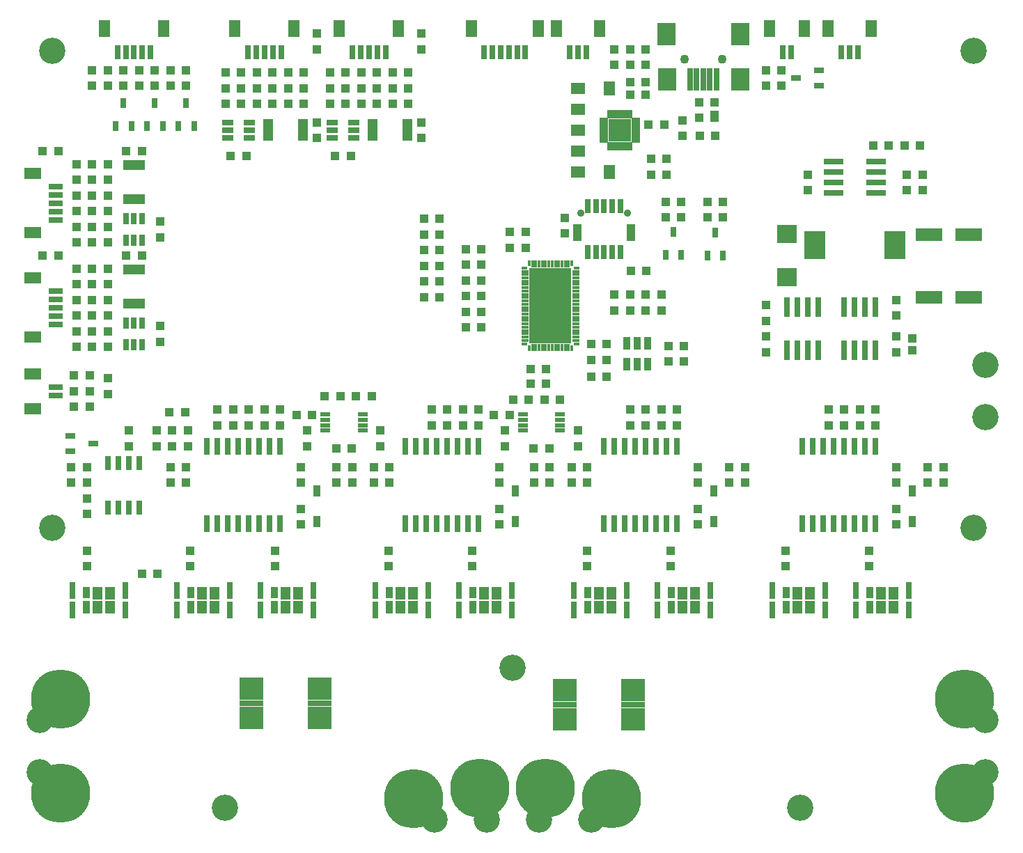
<source format=gbr>
G04 EAGLE Gerber RS-274X export*
G75*
%MOMM*%
%FSLAX34Y34*%
%LPD*%
%INSoldermask Top*%
%IPPOS*%
%AMOC8*
5,1,8,0,0,1.08239X$1,22.5*%
G01*
%ADD10C,3.203200*%
%ADD11R,1.103200X1.103200*%
%ADD12R,3.203200X1.603200*%
%ADD13R,0.903200X1.403200*%
%ADD14R,0.803200X1.303200*%
%ADD15R,1.303200X0.803200*%
%ADD16R,1.103200X1.003200*%
%ADD17R,1.103200X1.403200*%
%ADD18R,2.403200X2.203200*%
%ADD19R,0.803200X1.753200*%
%ADD20R,1.403200X2.003200*%
%ADD21R,1.753200X0.803200*%
%ADD22R,2.003200X1.403200*%
%ADD23R,2.503200X3.403200*%
%ADD24R,0.853200X1.353200*%
%ADD25R,0.853200X1.553200*%
%ADD26R,1.203200X1.553200*%
%ADD27R,0.803200X2.103200*%
%ADD28R,2.903200X2.795200*%
%ADD29R,2.903200X0.711200*%
%ADD30R,2.203200X2.703200*%
%ADD31R,0.703200X2.703200*%
%ADD32C,1.103200*%
%ADD33R,5.203200X9.203200*%
%ADD34R,0.428200X0.803200*%
%ADD35R,0.428200X0.903200*%
%ADD36R,0.803200X0.428200*%
%ADD37R,0.903200X0.428200*%
%ADD38R,0.843200X1.503200*%
%ADD39R,0.653200X1.203200*%
%ADD40R,1.203200X0.653200*%
%ADD41R,0.803200X2.403200*%
%ADD42R,2.403200X0.803200*%
%ADD43R,1.003200X1.003200*%
%ADD44R,0.803200X1.803200*%
%ADD45C,0.903200*%
%ADD46R,1.053200X2.003200*%
%ADD47R,1.403200X0.753200*%
%ADD48R,0.753200X1.403200*%
%ADD49C,7.203200*%
%ADD50C,0.655600*%
%ADD51R,1.303200X0.603200*%
%ADD52R,2.753200X2.753200*%
%ADD53R,0.503200X1.053200*%
%ADD54R,1.053200X0.503200*%
%ADD55R,1.473200X0.838200*%
%ADD56R,0.838200X1.473200*%


D10*
X40000Y380000D03*
X250000Y40000D03*
X950000Y40000D03*
X1160000Y380000D03*
X40000Y960000D03*
X1160000Y960000D03*
X600000Y210000D03*
D11*
X640690Y573405D03*
X621690Y573405D03*
X695350Y584200D03*
X714350Y584200D03*
X361950Y962050D03*
X361950Y981050D03*
X361950Y873100D03*
X361950Y854100D03*
X201905Y520700D03*
X182905Y520700D03*
X107950Y561950D03*
X107950Y542950D03*
X184150Y917600D03*
X184150Y936600D03*
X127000Y917600D03*
X127000Y936600D03*
X88900Y917600D03*
X88900Y936600D03*
X203200Y936600D03*
X203200Y917600D03*
X695350Y603250D03*
X714350Y603250D03*
X561950Y642620D03*
X542950Y642620D03*
X742950Y644550D03*
X742950Y663550D03*
X908050Y631850D03*
X908050Y650850D03*
X908050Y612750D03*
X908050Y593750D03*
D12*
X1106300Y736600D03*
X1154300Y736600D03*
D11*
X723900Y644550D03*
X723900Y663550D03*
D12*
X1154300Y660400D03*
X1106300Y660400D03*
D11*
X958850Y809600D03*
X958850Y790600D03*
X723900Y943000D03*
X723900Y962000D03*
X787400Y828650D03*
X787400Y809650D03*
X596900Y720750D03*
X596900Y739750D03*
X768350Y828650D03*
X768350Y809650D03*
X789305Y582320D03*
X789305Y601320D03*
X342900Y384200D03*
X342900Y403200D03*
X584200Y384200D03*
X584200Y403200D03*
X1066800Y657200D03*
X1066800Y638200D03*
X825500Y384200D03*
X825500Y403200D03*
X1066800Y384200D03*
X1066800Y403200D03*
X743610Y692785D03*
X762610Y692785D03*
X260350Y504850D03*
X260350Y523850D03*
X450215Y454000D03*
X450215Y435000D03*
X431165Y454000D03*
X431165Y435000D03*
X279400Y504850D03*
X279400Y523850D03*
X501650Y504850D03*
X501650Y523850D03*
X690880Y454000D03*
X690880Y435000D03*
X671830Y454000D03*
X671830Y435000D03*
X663575Y737895D03*
X663575Y756895D03*
X520700Y504850D03*
X520700Y523850D03*
X762000Y504850D03*
X762000Y523850D03*
X863600Y454000D03*
X863600Y435000D03*
X882650Y454000D03*
X882650Y435000D03*
X742950Y504850D03*
X742950Y523850D03*
X984250Y504850D03*
X984250Y523850D03*
X1104900Y454000D03*
X1104900Y435000D03*
X1123950Y454000D03*
X1123950Y435000D03*
X1003300Y504850D03*
X1003300Y523850D03*
X356210Y516890D03*
X337210Y516890D03*
X596240Y517525D03*
X577240Y517525D03*
X409600Y539750D03*
X428600Y539750D03*
X640690Y554990D03*
X621690Y554990D03*
X638835Y535940D03*
X657835Y535940D03*
X82550Y435000D03*
X82550Y454000D03*
X107950Y822300D03*
X107950Y803300D03*
X107950Y784200D03*
X107950Y765200D03*
X615950Y720750D03*
X615950Y739750D03*
X107950Y727100D03*
X107950Y746100D03*
X171450Y752450D03*
X171450Y733450D03*
X473050Y895350D03*
X454050Y895350D03*
X434950Y895350D03*
X415950Y895350D03*
X377850Y895350D03*
X396850Y895350D03*
X403200Y831850D03*
X384200Y831850D03*
X107950Y695300D03*
X107950Y676300D03*
X107950Y657200D03*
X107950Y638200D03*
X107950Y600100D03*
X107950Y619100D03*
X47600Y711200D03*
X28600Y711200D03*
X561950Y623570D03*
X542950Y623570D03*
X47600Y838200D03*
X28600Y838200D03*
X488950Y962050D03*
X488950Y981050D03*
X488950Y873100D03*
X488950Y854100D03*
X171450Y625450D03*
X171450Y606450D03*
X130200Y711200D03*
X149200Y711200D03*
X130200Y838200D03*
X149200Y838200D03*
X346050Y895350D03*
X327050Y895350D03*
X307950Y895350D03*
X288950Y895350D03*
X250850Y895350D03*
X269850Y895350D03*
X276200Y831850D03*
X257200Y831850D03*
D13*
X361950Y387900D03*
X361950Y424900D03*
D14*
X193700Y868650D03*
X212700Y868650D03*
X203200Y896650D03*
X155600Y868650D03*
X174600Y868650D03*
X165100Y896650D03*
X117500Y868650D03*
X136500Y868650D03*
X127000Y896650D03*
X786155Y711805D03*
X805155Y711805D03*
X795655Y739805D03*
D15*
X972850Y917600D03*
X972850Y936600D03*
X944850Y927100D03*
D13*
X603250Y387900D03*
X603250Y424900D03*
X844550Y387900D03*
X844550Y424900D03*
X1085850Y387900D03*
X1085850Y424900D03*
D16*
X827185Y878620D03*
X827185Y897620D03*
X845185Y897620D03*
D17*
X845185Y880620D03*
D18*
X933450Y737700D03*
X933450Y684700D03*
D15*
X62200Y492100D03*
X62200Y473100D03*
X90200Y482600D03*
D14*
X836955Y711170D03*
X855955Y711170D03*
X846455Y739170D03*
D19*
X159700Y958650D03*
X149700Y958650D03*
X139700Y958650D03*
X129700Y958650D03*
X119700Y958650D03*
D20*
X175700Y986900D03*
X103700Y986900D03*
D19*
X1019650Y958650D03*
X1009650Y958650D03*
X999650Y958650D03*
D20*
X1035650Y986900D03*
X983650Y986900D03*
D19*
X938450Y958650D03*
X928450Y958650D03*
D20*
X954450Y986900D03*
X912450Y986900D03*
D21*
X44650Y794700D03*
X44650Y784700D03*
X44650Y774700D03*
X44650Y764700D03*
X44650Y754700D03*
D22*
X16400Y810700D03*
X16400Y738700D03*
D19*
X445450Y958650D03*
X435450Y958650D03*
X425450Y958650D03*
X415450Y958650D03*
X405450Y958650D03*
D20*
X461450Y986900D03*
X389450Y986900D03*
D21*
X44650Y667700D03*
X44650Y657700D03*
X44650Y647700D03*
X44650Y637700D03*
X44650Y627700D03*
D22*
X16400Y683700D03*
X16400Y611700D03*
D19*
X318450Y958650D03*
X308450Y958650D03*
X298450Y958650D03*
X288450Y958650D03*
X278450Y958650D03*
D20*
X334450Y986900D03*
X262450Y986900D03*
D21*
X44650Y551100D03*
X44650Y541100D03*
D22*
X16400Y567100D03*
X16400Y525100D03*
D23*
X967500Y723900D03*
X1064500Y723900D03*
D24*
X310100Y301600D03*
D25*
X310100Y283600D03*
D26*
X323850Y300600D03*
X323850Y283600D03*
X339350Y300600D03*
X339350Y283600D03*
D27*
X357600Y303850D03*
X357600Y280350D03*
X293600Y303850D03*
X293600Y280350D03*
D24*
X208500Y301600D03*
D25*
X208500Y283600D03*
D26*
X222250Y300600D03*
X222250Y283600D03*
X237750Y300600D03*
X237750Y283600D03*
D27*
X256000Y303850D03*
X256000Y280350D03*
X192000Y303850D03*
X192000Y280350D03*
D24*
X551400Y301600D03*
D25*
X551400Y283600D03*
D26*
X565150Y300600D03*
X565150Y283600D03*
X580650Y300600D03*
X580650Y283600D03*
D27*
X598900Y303850D03*
X598900Y280350D03*
X534900Y303850D03*
X534900Y280350D03*
D24*
X449800Y301600D03*
D25*
X449800Y283600D03*
D26*
X463550Y300600D03*
X463550Y283600D03*
X479050Y300600D03*
X479050Y283600D03*
D27*
X497300Y303850D03*
X497300Y280350D03*
X433300Y303850D03*
X433300Y280350D03*
D24*
X792700Y301600D03*
D25*
X792700Y283600D03*
D26*
X806450Y300600D03*
X806450Y283600D03*
X821950Y300600D03*
X821950Y283600D03*
D27*
X840200Y303850D03*
X840200Y280350D03*
X776200Y303850D03*
X776200Y280350D03*
D24*
X691100Y301600D03*
D25*
X691100Y283600D03*
D26*
X704850Y300600D03*
X704850Y283600D03*
X720350Y300600D03*
X720350Y283600D03*
D27*
X738600Y303850D03*
X738600Y280350D03*
X674600Y303850D03*
X674600Y280350D03*
D24*
X1034000Y301600D03*
D25*
X1034000Y283600D03*
D26*
X1047750Y300600D03*
X1047750Y283600D03*
X1063250Y300600D03*
X1063250Y283600D03*
D27*
X1081500Y303850D03*
X1081500Y280350D03*
X1017500Y303850D03*
X1017500Y280350D03*
D24*
X932400Y301600D03*
D25*
X932400Y283600D03*
D26*
X946150Y300600D03*
X946150Y283600D03*
X961650Y300600D03*
X961650Y283600D03*
D27*
X979900Y303850D03*
X979900Y280350D03*
X915900Y303850D03*
X915900Y280350D03*
D24*
X81500Y301600D03*
D25*
X81500Y283600D03*
D26*
X95250Y300600D03*
X95250Y283600D03*
X110750Y300600D03*
X110750Y283600D03*
D27*
X129000Y303850D03*
X129000Y280350D03*
X65000Y303850D03*
X65000Y280350D03*
D11*
X311150Y352400D03*
X311150Y333400D03*
D28*
X746350Y147320D03*
X663350Y147320D03*
X746350Y182880D03*
X663350Y182880D03*
D29*
X746350Y165100D03*
X663350Y165100D03*
D11*
X784200Y869950D03*
X765200Y869950D03*
X806450Y875640D03*
X806450Y856640D03*
X827430Y856615D03*
X846430Y856615D03*
X762000Y663550D03*
X762000Y644550D03*
X781050Y663550D03*
X781050Y644550D03*
X317500Y523850D03*
X317500Y504850D03*
X298450Y523850D03*
X298450Y504850D03*
X558800Y523850D03*
X558800Y504850D03*
X208280Y352400D03*
X208280Y333400D03*
X539750Y523850D03*
X539750Y504850D03*
X800100Y523850D03*
X800100Y504850D03*
X781050Y523850D03*
X781050Y504850D03*
X1041400Y523850D03*
X1041400Y504850D03*
X1022350Y523850D03*
X1022350Y504850D03*
X808265Y601260D03*
X808265Y582260D03*
X241300Y504850D03*
X241300Y523850D03*
X714350Y563880D03*
X695350Y563880D03*
X342900Y454000D03*
X342900Y435000D03*
X584200Y454000D03*
X584200Y435000D03*
X551180Y352400D03*
X551180Y333400D03*
X825500Y454000D03*
X825500Y435000D03*
X1066800Y454000D03*
X1066800Y435000D03*
X561950Y718820D03*
X542950Y718820D03*
X542950Y699770D03*
X561950Y699770D03*
X561950Y680720D03*
X542950Y680720D03*
X542950Y661670D03*
X561950Y661670D03*
X390500Y539750D03*
X371500Y539750D03*
X619735Y535940D03*
X600735Y535940D03*
X82550Y415900D03*
X82550Y396900D03*
X63500Y454000D03*
X63500Y435000D03*
X449580Y352400D03*
X449580Y333400D03*
X836955Y757555D03*
X855955Y757555D03*
X805155Y757555D03*
X786155Y757555D03*
X167005Y498450D03*
X167005Y479450D03*
X85700Y527050D03*
X66700Y527050D03*
X149250Y323850D03*
X168250Y323850D03*
X69850Y803300D03*
X69850Y822300D03*
X69850Y765200D03*
X69850Y784200D03*
X792480Y352400D03*
X792480Y333400D03*
X69850Y746100D03*
X69850Y727100D03*
X454050Y933450D03*
X473050Y933450D03*
X415950Y933450D03*
X434950Y933450D03*
X396850Y933450D03*
X377850Y933450D03*
X69850Y676300D03*
X69850Y695300D03*
X1076350Y844550D03*
X1095350Y844550D03*
X1038250Y844550D03*
X1057250Y844550D03*
X69850Y638200D03*
X69850Y657200D03*
X1079500Y809600D03*
X1079500Y790600D03*
X1098550Y790600D03*
X1098550Y809600D03*
X690880Y352400D03*
X690880Y333400D03*
X69850Y619100D03*
X69850Y600100D03*
X88900Y676300D03*
X88900Y695300D03*
X88900Y638200D03*
X88900Y657200D03*
X88900Y619100D03*
X88900Y600100D03*
X454050Y914400D03*
X473050Y914400D03*
X415950Y914400D03*
X434950Y914400D03*
X396850Y914400D03*
X377850Y914400D03*
X88900Y803300D03*
X88900Y822300D03*
X88900Y765200D03*
X88900Y784200D03*
X88900Y746100D03*
X88900Y727100D03*
X1033780Y352400D03*
X1033780Y333400D03*
X327050Y933450D03*
X346050Y933450D03*
X288950Y933450D03*
X307950Y933450D03*
X269850Y933450D03*
X250850Y933450D03*
X327050Y914400D03*
X346050Y914400D03*
X288950Y914400D03*
X307950Y914400D03*
X269850Y914400D03*
X250850Y914400D03*
X205105Y498450D03*
X205105Y479450D03*
X66700Y565150D03*
X85700Y565150D03*
X511150Y660400D03*
X492150Y660400D03*
X492150Y679450D03*
X511150Y679450D03*
X932180Y352400D03*
X932180Y333400D03*
X511150Y698500D03*
X492150Y698500D03*
X492150Y717550D03*
X511150Y717550D03*
X511150Y736600D03*
X492150Y736600D03*
X492150Y755650D03*
X511150Y755650D03*
X165100Y936600D03*
X165100Y917600D03*
X146050Y936600D03*
X146050Y917600D03*
X107950Y936600D03*
X107950Y917600D03*
X82550Y352400D03*
X82550Y333400D03*
X133350Y479450D03*
X133350Y498450D03*
X805155Y776605D03*
X786155Y776605D03*
D28*
X282350Y184150D03*
X365350Y184150D03*
X282350Y148590D03*
X365350Y148590D03*
D29*
X282350Y166370D03*
X365350Y166370D03*
D11*
X836955Y775970D03*
X855955Y775970D03*
X927100Y936600D03*
X927100Y917600D03*
X908050Y936600D03*
X908050Y917600D03*
D30*
X786850Y980000D03*
X876850Y980000D03*
X787850Y925000D03*
X876850Y925000D03*
D31*
X831850Y925000D03*
X839850Y925000D03*
X847850Y925000D03*
X823850Y925000D03*
X815850Y925000D03*
D32*
X854350Y950000D03*
X809350Y950000D03*
D33*
X646050Y650000D03*
D34*
X672050Y701500D03*
D35*
X668050Y701000D03*
X664050Y701000D03*
X660050Y701000D03*
X656050Y701000D03*
X652050Y701000D03*
X648050Y701000D03*
X644050Y701000D03*
X640050Y701000D03*
X636050Y701000D03*
X632050Y701000D03*
X628050Y701000D03*
X624050Y701000D03*
D34*
X620050Y701500D03*
D36*
X614550Y696000D03*
D37*
X615050Y692000D03*
X615050Y688000D03*
X615050Y684000D03*
X615050Y680000D03*
X615050Y676000D03*
X615050Y672000D03*
X615050Y668000D03*
X615050Y664000D03*
X615050Y660000D03*
X615050Y656000D03*
X615050Y652000D03*
X615050Y648000D03*
X615050Y644000D03*
X615050Y640000D03*
X615050Y636000D03*
X615050Y632000D03*
X615050Y628000D03*
X615050Y624000D03*
X615050Y620000D03*
X615050Y616000D03*
X615050Y612000D03*
X615050Y608000D03*
D36*
X614550Y604000D03*
D34*
X620050Y598500D03*
D35*
X624050Y599000D03*
X628050Y599000D03*
X632050Y599000D03*
X636050Y599000D03*
X640050Y599000D03*
X644050Y599000D03*
X648050Y599000D03*
X652050Y599000D03*
X656050Y599000D03*
X660050Y599000D03*
X664050Y599000D03*
X668050Y599000D03*
D34*
X672050Y598500D03*
D36*
X677550Y604000D03*
D37*
X677050Y608000D03*
X677050Y612000D03*
X677050Y616000D03*
X677050Y620000D03*
X677050Y624000D03*
X677050Y628000D03*
X677050Y632000D03*
X677050Y636000D03*
X677050Y640000D03*
X677050Y644000D03*
X677050Y648000D03*
X677050Y652000D03*
X677050Y656000D03*
X677050Y660000D03*
X677050Y664000D03*
X677050Y668000D03*
X677050Y672000D03*
X677050Y676000D03*
X677050Y680000D03*
X677050Y684000D03*
X677050Y688000D03*
X677050Y692000D03*
D36*
X677550Y696000D03*
D38*
X764315Y604219D03*
X751615Y604219D03*
X738915Y604219D03*
X738915Y578679D03*
X751615Y578679D03*
X764315Y578679D03*
D39*
X129650Y779290D03*
X136150Y779290D03*
X142650Y779290D03*
X149150Y779290D03*
X149150Y820910D03*
X142650Y820910D03*
X136150Y820910D03*
X129650Y820910D03*
D40*
X430040Y873650D03*
X430040Y867150D03*
X430040Y860650D03*
X430040Y854150D03*
X471660Y854150D03*
X471660Y860650D03*
X471660Y867150D03*
X471660Y873650D03*
D39*
X129650Y652290D03*
X136150Y652290D03*
X142650Y652290D03*
X149150Y652290D03*
X149150Y693910D03*
X142650Y693910D03*
X136150Y693910D03*
X129650Y693910D03*
D40*
X303040Y873650D03*
X303040Y867150D03*
X303040Y860650D03*
X303040Y854150D03*
X344660Y854150D03*
X344660Y860650D03*
X344660Y867150D03*
X344660Y873650D03*
D19*
X146050Y458800D03*
X133350Y458800D03*
X120650Y458800D03*
X107950Y458800D03*
X107950Y404800D03*
X120650Y404800D03*
X133350Y404800D03*
X146050Y404800D03*
D41*
X958850Y648300D03*
X958850Y596300D03*
X971550Y648300D03*
X946150Y648300D03*
X933450Y648300D03*
X971550Y596300D03*
X946150Y596300D03*
X933450Y596300D03*
X1028700Y648300D03*
X1028700Y596300D03*
X1041400Y648300D03*
X1016000Y648300D03*
X1003300Y648300D03*
X1041400Y596300D03*
X1016000Y596300D03*
X1003300Y596300D03*
D27*
X317500Y478800D03*
X304800Y478800D03*
X292100Y478800D03*
X279400Y478800D03*
X266700Y478800D03*
X254000Y478800D03*
X241300Y478800D03*
X241300Y384800D03*
X254000Y384800D03*
X266700Y384800D03*
X279400Y384800D03*
X292100Y384800D03*
X304800Y384800D03*
X317500Y384800D03*
X228600Y478800D03*
X228600Y384800D03*
X558800Y478800D03*
X546100Y478800D03*
X533400Y478800D03*
X520700Y478800D03*
X508000Y478800D03*
X495300Y478800D03*
X482600Y478800D03*
X482600Y384800D03*
X495300Y384800D03*
X508000Y384800D03*
X520700Y384800D03*
X533400Y384800D03*
X546100Y384800D03*
X558800Y384800D03*
X469900Y478800D03*
X469900Y384800D03*
X800100Y478800D03*
X787400Y478800D03*
X774700Y478800D03*
X762000Y478800D03*
X749300Y478800D03*
X736600Y478800D03*
X723900Y478800D03*
X723900Y384800D03*
X736600Y384800D03*
X749300Y384800D03*
X762000Y384800D03*
X774700Y384800D03*
X787400Y384800D03*
X800100Y384800D03*
X711200Y478800D03*
X711200Y384800D03*
X1041400Y478800D03*
X1028700Y478800D03*
X1016000Y478800D03*
X1003300Y478800D03*
X990600Y478800D03*
X977900Y478800D03*
X965200Y478800D03*
X965200Y384800D03*
X977900Y384800D03*
X990600Y384800D03*
X1003300Y384800D03*
X1016000Y384800D03*
X1028700Y384800D03*
X1041400Y384800D03*
X952500Y478800D03*
X952500Y384800D03*
D42*
X1042000Y800100D03*
X990000Y800100D03*
X1042000Y787400D03*
X1042000Y812800D03*
X1042000Y825500D03*
X990000Y787400D03*
X990000Y812800D03*
X990000Y825500D03*
D11*
X1066800Y593750D03*
X1066800Y612750D03*
D43*
X1085850Y610750D03*
X1085850Y595750D03*
D44*
X731200Y714950D03*
X731200Y770950D03*
X721200Y714950D03*
X721200Y770950D03*
X711200Y714950D03*
X711200Y770950D03*
X701200Y714950D03*
X701200Y770950D03*
X691200Y714950D03*
X691200Y770950D03*
D45*
X739700Y763000D03*
X682700Y763000D03*
D46*
X743950Y738950D03*
X678450Y738950D03*
D11*
X184150Y435000D03*
X184150Y454000D03*
X203200Y435000D03*
X203200Y454000D03*
X66700Y546100D03*
X85700Y546100D03*
X186055Y479450D03*
X186055Y498450D03*
D19*
X689450Y958650D03*
X679450Y958650D03*
X669450Y958650D03*
D20*
X705450Y986900D03*
X653450Y986900D03*
D19*
X615550Y958650D03*
X605550Y958650D03*
X595550Y958650D03*
X585550Y958650D03*
X575550Y958650D03*
X565550Y958650D03*
D20*
X631550Y986900D03*
X549550Y986900D03*
D47*
X380700Y873100D03*
X380700Y863600D03*
X380700Y854100D03*
X406700Y854100D03*
X406700Y873100D03*
X406700Y863600D03*
D48*
X130200Y729950D03*
X139700Y729950D03*
X149200Y729950D03*
X149200Y755950D03*
X130200Y755950D03*
X139700Y755950D03*
X130200Y602950D03*
X139700Y602950D03*
X149200Y602950D03*
X149200Y628950D03*
X130200Y628950D03*
X139700Y628950D03*
D47*
X253700Y873100D03*
X253700Y863600D03*
X253700Y854100D03*
X279700Y854100D03*
X279700Y873100D03*
X279700Y863600D03*
D10*
X504750Y25400D03*
X568250Y25400D03*
X631750Y25400D03*
X695250Y25400D03*
D49*
X480000Y50800D03*
D50*
X480000Y77050D03*
X466875Y73533D03*
X457267Y63925D03*
X453750Y50800D03*
X457267Y37675D03*
X466875Y28067D03*
X480000Y24550D03*
X493125Y28067D03*
X502733Y37675D03*
X506250Y50800D03*
X502733Y63925D03*
X493125Y73533D03*
D49*
X560000Y63500D03*
D50*
X560000Y89750D03*
X546875Y86233D03*
X537267Y76625D03*
X533750Y63500D03*
X537267Y50375D03*
X546875Y40767D03*
X560000Y37250D03*
X573125Y40767D03*
X582733Y50375D03*
X586250Y63500D03*
X582733Y76625D03*
X573125Y86233D03*
D49*
X640000Y63500D03*
D50*
X640000Y89750D03*
X626875Y86233D03*
X617267Y76625D03*
X613750Y63500D03*
X617267Y50375D03*
X626875Y40767D03*
X640000Y37250D03*
X653125Y40767D03*
X662733Y50375D03*
X666250Y63500D03*
X662733Y76625D03*
X653125Y86233D03*
D49*
X720000Y50800D03*
D50*
X720000Y77050D03*
X706875Y73533D03*
X697267Y63925D03*
X693750Y50800D03*
X697267Y37675D03*
X706875Y28067D03*
X720000Y24550D03*
X733125Y28067D03*
X742733Y37675D03*
X746250Y50800D03*
X742733Y63925D03*
X733125Y73533D03*
D11*
X405130Y435000D03*
X405130Y454000D03*
X386080Y435000D03*
X386080Y454000D03*
X404470Y476250D03*
X385470Y476250D03*
X439420Y498450D03*
X439420Y479450D03*
X350520Y479450D03*
X350520Y498450D03*
X645160Y435000D03*
X645160Y454000D03*
X626110Y435000D03*
X626110Y454000D03*
X644500Y476250D03*
X625500Y476250D03*
X679450Y498450D03*
X679450Y479450D03*
X590550Y479450D03*
X590550Y498450D03*
D51*
X417470Y498250D03*
X417470Y504750D03*
X417470Y511250D03*
X417470Y517750D03*
X372470Y517750D03*
X372470Y511250D03*
X372470Y504750D03*
X372470Y498250D03*
X657500Y498250D03*
X657500Y504750D03*
X657500Y511250D03*
X657500Y517750D03*
X612500Y517750D03*
X612500Y511250D03*
X612500Y504750D03*
X612500Y498250D03*
D10*
X1174750Y82550D03*
X1174750Y146050D03*
X1174750Y514350D03*
X1174750Y577850D03*
X25400Y146050D03*
X25400Y82550D03*
D49*
X50800Y171450D03*
D50*
X77050Y171450D03*
X73533Y184575D03*
X63925Y194183D03*
X50800Y197700D03*
X37675Y194183D03*
X28067Y184575D03*
X24550Y171450D03*
X28067Y158325D03*
X37675Y148717D03*
X50800Y145200D03*
X63925Y148717D03*
X73533Y158325D03*
D49*
X50800Y57150D03*
D50*
X77050Y57150D03*
X73533Y70275D03*
X63925Y79883D03*
X50800Y83400D03*
X37675Y79883D03*
X28067Y70275D03*
X24550Y57150D03*
X28067Y44025D03*
X37675Y34417D03*
X50800Y30900D03*
X63925Y34417D03*
X73533Y44025D03*
D49*
X1149350Y171450D03*
D50*
X1175600Y171450D03*
X1172083Y184575D03*
X1162475Y194183D03*
X1149350Y197700D03*
X1136225Y194183D03*
X1126617Y184575D03*
X1123100Y171450D03*
X1126617Y158325D03*
X1136225Y148717D03*
X1149350Y145200D03*
X1162475Y148717D03*
X1172083Y158325D03*
D49*
X1149350Y57150D03*
D50*
X1175600Y57150D03*
X1172083Y70275D03*
X1162475Y79883D03*
X1149350Y83400D03*
X1136225Y79883D03*
X1126617Y70275D03*
X1123100Y57150D03*
X1126617Y44025D03*
X1136225Y34417D03*
X1149350Y30900D03*
X1162475Y34417D03*
X1172083Y44025D03*
D43*
X762000Y921900D03*
X762000Y906900D03*
X742950Y921900D03*
X742950Y906900D03*
D11*
X742950Y943000D03*
X742950Y962000D03*
X762000Y943000D03*
X762000Y962000D03*
D52*
X730250Y863600D03*
D53*
X717750Y844100D03*
X722750Y844100D03*
X727750Y844100D03*
X732750Y844100D03*
X737750Y844100D03*
X742750Y844100D03*
D54*
X749750Y851100D03*
X749750Y856100D03*
X749750Y861100D03*
X749750Y866100D03*
X749750Y871100D03*
X749750Y876100D03*
D53*
X742750Y883100D03*
X737750Y883100D03*
X732750Y883100D03*
X727750Y883100D03*
X722750Y883100D03*
X717750Y883100D03*
D54*
X710750Y876100D03*
X710750Y871100D03*
X710750Y866100D03*
X710750Y861100D03*
X710750Y856100D03*
X710750Y851100D03*
D55*
X717550Y910336D03*
X717550Y918464D03*
D56*
X683514Y812800D03*
X675386Y812800D03*
X683514Y838200D03*
X675386Y838200D03*
D55*
X717550Y816864D03*
X717550Y808736D03*
D56*
X683514Y889000D03*
X675386Y889000D03*
X683514Y914400D03*
X675386Y914400D03*
X683514Y863600D03*
X675386Y863600D03*
M02*

</source>
